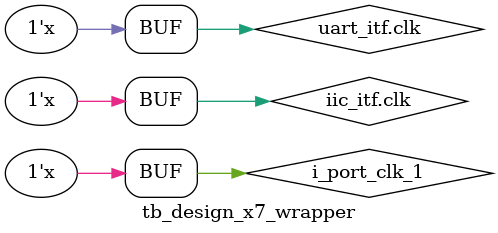
<source format=sv>
`timescale 1ns / 1ps
`include "./public_file/public_macro.svh"
`include "./public_file/public_files.svh"
//assert define 
`include "./lib_assert/cmd_stream_assert.sv"
module tb_design_x7_wrapper(

    );
// ====================================================================
// base signal
// ----------------------------------------------------------
// clock region
reg i_port_clk_1 = 0;
//always #(1000 / 24 / 2) i_port_clk_1 = ~i_port_clk_1; //24M
always #(20.833) i_port_clk_1 = ~i_port_clk_1; //24M
wire w_sys_resetn;
wire w_sys_clk;
assign w_sys_resetn = u_design_x7_wrapper.design_x7_i.clock_mdle.clk_wiz_0.locked;
assign w_sys_clk    = u_design_x7_wrapper.design_x7_i.clock_mdle.clk_wiz_0.clk_out1;
// ==========================================================
// param sim set
defparam u_design_x7_wrapper.design_x7_i.cmd_mdle.cmd_rd_shk_0.inst.MD_SIM_ABLE = 1;
// ==================================================================== 
// interface connect
// --------------------------------------------------------------------
// uart interface
uart_interface uart_itf();
assign uart_itf.clk = i_port_clk_1;
// --------------------------------------------------------------------
// IIC interface
iic_interface iic_itf();
assign iic_itf.clk = i_port_clk_1;

// ====================================================================
// scene sim
// --------------------------------------------------------------------
// cmd sim

initial 
begin
    `ifdef MD_CMD_STREAM_CHECK
    //cmd scene run 
    cmd_scene cmd_sce;
    cmd_sce = new(
        uart_itf,
        iic_itf
    );
    cmd_sce.run_write_uart_cmd;
    //release all scene
    cmd_sce = null;
    `endif
    
end


// ====================================================================
// DUT to sim
design_x7_wrapper u_design_x7_wrapper(
    .i_port_clk_1      ( i_port_clk_1     ),
    .m_port_iic_0_scl  ( iic_itf.scl      ),
    .m_port_iic_0_sda  ( iic_itf.sda      ),
    .s_port_uart_0_mrx ( uart_itf.mrx     ),
    .s_port_uart_0_mtx ( uart_itf.mtx     )
);
// ====================================================================
// assertion and check
bind tb_design_x7_wrapper cmd_stream_assert u_cmd_stream_assert(
    w_sys_clk,
    w_sys_resetn,
    uart_itf 
);

endmodule

</source>
